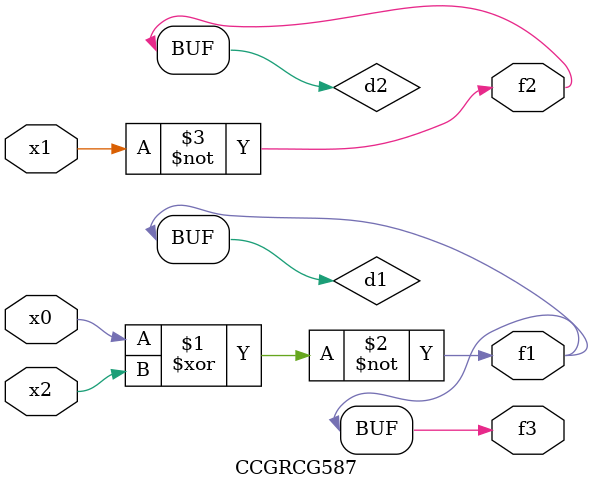
<source format=v>
module CCGRCG587(
	input x0, x1, x2,
	output f1, f2, f3
);

	wire d1, d2, d3;

	xnor (d1, x0, x2);
	nand (d2, x1);
	nor (d3, x1, x2);
	assign f1 = d1;
	assign f2 = d2;
	assign f3 = d1;
endmodule

</source>
